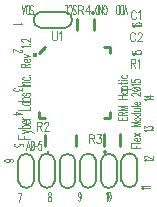
<source format=gto>
G04 DipTrace 2.4.0.2*
%INPCA9685.gto*%
%MOMM*%
%ADD10C,0.25*%
%ADD13C,0.152*%
%ADD28O,0.33X0.322*%
%ADD31O,0.377X0.312*%
%ADD33C,0.394*%
%ADD63C,0.118*%
%ADD64C,0.111*%
%ADD65C,0.083*%
%FSLAX53Y53*%
G04*
G71*
G90*
G75*
G01*
%LNTopSilk*%
%LPD*%
X13926Y13230D2*
D13*
G02X12576Y13230I-675J80D01*
G01*
Y14933D2*
G02X13926Y14933I675J-80D01*
G01*
X12576Y14970D2*
Y13192D1*
X13926Y14970D2*
Y13192D1*
X15683Y13236D2*
G02X14333Y13236I-675J80D01*
G01*
Y14939D2*
G02X15683Y14939I675J-80D01*
G01*
X14333Y14977D2*
Y13199D1*
X15683Y14977D2*
Y13199D1*
X17429Y13212D2*
G02X16079Y13212I-675J80D01*
G01*
Y14915D2*
G02X17429Y14915I675J-80D01*
G01*
X16079Y14953D2*
Y13174D1*
X17429Y14953D2*
Y13174D1*
X19178Y13240D2*
G02X17828Y13240I-675J80D01*
G01*
Y14943D2*
G02X19178Y14943I675J-80D01*
G01*
X17828Y14980D2*
Y13202D1*
X19178Y14980D2*
Y13202D1*
X20926Y13224D2*
G02X19576Y13224I-675J80D01*
G01*
Y14927D2*
G02X20926Y14927I675J-80D01*
G01*
X19576Y14964D2*
Y13186D1*
X20926Y14964D2*
Y13186D1*
X22674Y13274D2*
G02X21324Y13274I-675J80D01*
G01*
Y14977D2*
G02X22674Y14977I675J-80D01*
G01*
X21324Y15015D2*
Y13237D1*
X22674Y15015D2*
Y13237D1*
X14855Y16203D2*
D10*
Y17104D1*
X17455Y16203D2*
Y17104D1*
D28*
X15087Y15642D3*
X19814Y16184D2*
D10*
Y17184D1*
X21214Y16184D2*
Y17184D1*
D31*
X19893Y15713D3*
X18966Y26969D2*
D10*
Y25969D1*
X17566Y26969D2*
Y25969D1*
D31*
X18888Y27440D3*
X14320Y19032D2*
D10*
Y18533D1*
X14820D1*
X19819Y24533D2*
X20320D1*
Y24034D2*
Y24533D1*
Y18533D2*
Y19032D1*
X19819Y18533D2*
X20320D1*
X14320Y24034D2*
X14820Y24533D1*
D33*
X13972Y23908D3*
X16544Y27538D2*
D13*
G02X16544Y26188I-80J-675D01*
G01*
X14469D2*
G02X14469Y27538I80J675D01*
G01*
X14506Y26188D2*
X16506D1*
X14506Y27538D2*
X16506D1*
X22561Y27493D2*
D63*
X22532Y27565D1*
X22473Y27638D1*
X22415Y27675D1*
X22299D1*
X22240Y27638D1*
X22182Y27565D1*
X22152Y27493D1*
X22123Y27383D1*
Y27200D1*
X22152Y27092D1*
X22182Y27019D1*
X22240Y26946D1*
X22299Y26909D1*
X22415D1*
X22473Y26946D1*
X22532Y27019D1*
X22561Y27092D1*
X22749Y27528D2*
X22808Y27565D1*
X22895Y27674D1*
Y26909D1*
X22476Y25643D2*
X22447Y25715D1*
X22388Y25789D1*
X22331Y25825D1*
X22214D1*
X22155Y25789D1*
X22097Y25715D1*
X22068Y25643D1*
X22039Y25533D1*
Y25351D1*
X22068Y25242D1*
X22097Y25169D1*
X22155Y25096D1*
X22214Y25059D1*
X22331D1*
X22388Y25096D1*
X22447Y25169D1*
X22476Y25242D1*
X22694Y25642D2*
Y25678D1*
X22723Y25752D1*
X22752Y25788D1*
X22811Y25824D1*
X22927D1*
X22985Y25788D1*
X23014Y25752D1*
X23044Y25678D1*
Y25606D1*
X23014Y25533D1*
X22956Y25424D1*
X22664Y25059D1*
X23073D1*
X22088Y23191D2*
X22350D1*
X22437Y23228D1*
X22467Y23264D1*
X22496Y23336D1*
Y23410D1*
X22467Y23482D1*
X22437Y23519D1*
X22350Y23555D1*
X22088D1*
Y22790D1*
X22292Y23191D2*
X22496Y22790D1*
X22684Y23409D2*
X22743Y23446D1*
X22830Y23555D1*
Y22790D1*
X14163Y17882D2*
X14426D1*
X14513Y17919D1*
X14543Y17955D1*
X14572Y18028D1*
Y18101D1*
X14543Y18173D1*
X14513Y18210D1*
X14426Y18247D1*
X14163D1*
Y17481D1*
X14368Y17882D2*
X14572Y17481D1*
X14790Y18064D2*
Y18100D1*
X14819Y18173D1*
X14848Y18209D1*
X14906Y18246D1*
X15023D1*
X15081Y18209D1*
X15110Y18173D1*
X15139Y18100D1*
Y18028D1*
X15110Y17954D1*
X15052Y17846D1*
X14760Y17481D1*
X15168D1*
X18594Y16821D2*
X18856D1*
X18943Y16858D1*
X18973Y16894D1*
X19002Y16967D1*
Y17040D1*
X18973Y17113D1*
X18943Y17150D1*
X18856Y17186D1*
X18594D1*
Y16420D1*
X18798Y16821D2*
X19002Y16420D1*
X19249Y17185D2*
X19569D1*
X19394Y16894D1*
X19482D1*
X19540Y16857D1*
X19569Y16821D1*
X19599Y16712D1*
Y16639D1*
X19569Y16530D1*
X19511Y16456D1*
X19423Y16420D1*
X19336D1*
X19249Y16456D1*
X19220Y16493D1*
X19190Y16566D1*
X17652Y27733D2*
X17914D1*
X18002Y27770D1*
X18032Y27806D1*
X18061Y27878D1*
Y27952D1*
X18032Y28024D1*
X18002Y28061D1*
X17914Y28097D1*
X17652D1*
Y27332D1*
X17856Y27733D2*
X18061Y27332D1*
X18541D2*
Y28096D1*
X18249Y27587D1*
X18686D1*
X15444Y25895D2*
Y25348D1*
X15473Y25239D1*
X15531Y25166D1*
X15619Y25129D1*
X15677D1*
X15764Y25166D1*
X15823Y25239D1*
X15852Y25348D1*
Y25895D1*
X16040Y25748D2*
X16099Y25785D1*
X16186Y25894D1*
Y25129D1*
X12577Y17134D2*
D64*
Y16818D1*
X13598D1*
X13063D2*
Y17012D1*
X12917Y17270D2*
X13598Y17415D1*
X13792Y17367D1*
X13890Y17318D1*
X13938Y17270D1*
Y17245D1*
X12917Y17561D2*
X13598Y17415D1*
X12577Y17672D2*
X13598D1*
X13063D2*
X12966Y17721D1*
X12917Y17770D1*
Y17843D1*
X12966Y17891D1*
X13063Y17940D1*
X13209Y17964D1*
X13306D1*
X13452Y17940D1*
X13548Y17891D1*
X13598Y17843D1*
Y17770D1*
X13548Y17721D1*
X13452Y17672D1*
X13209Y18075D2*
Y18366D1*
X13112D1*
X13014Y18342D1*
X12966Y18318D1*
X12917Y18269D1*
Y18196D1*
X12966Y18148D1*
X13063Y18099D1*
X13209Y18075D1*
X13306D1*
X13452Y18099D1*
X13548Y18148D1*
X13598Y18196D1*
Y18269D1*
X13548Y18318D1*
X13452Y18366D1*
X12917Y18478D2*
X13598D1*
X13209D2*
X13063Y18502D1*
X12966Y18551D1*
X12917Y18599D1*
Y18672D1*
X12577Y19232D2*
X13598D1*
Y19523D1*
X12917Y19926D2*
X13598D1*
X13063D2*
X12966Y19877D1*
X12917Y19828D1*
Y19756D1*
X12966Y19707D1*
X13063Y19659D1*
X13209Y19634D1*
X13306D1*
X13452Y19659D1*
X13548Y19707D1*
X13598Y19756D1*
Y19828D1*
X13548Y19877D1*
X13452Y19926D1*
X12577Y20037D2*
X13598D1*
X13063D2*
X12966Y20086D1*
X12917Y20134D1*
Y20207D1*
X12966Y20255D1*
X13063Y20304D1*
X13209Y20328D1*
X13306D1*
X13452Y20304D1*
X13548Y20255D1*
X13598Y20207D1*
Y20134D1*
X13548Y20086D1*
X13452Y20037D1*
X13063Y20707D2*
X12966Y20682D1*
X12917Y20609D1*
Y20536D1*
X12966Y20463D1*
X13063Y20439D1*
X13160Y20463D1*
X13209Y20512D1*
X13258Y20634D1*
X13306Y20682D1*
X13404Y20707D1*
X13452D1*
X13548Y20682D1*
X13598Y20609D1*
Y20536D1*
X13548Y20463D1*
X13452Y20439D1*
X12577Y21266D2*
X13598D1*
X12917Y21377D2*
X13598D1*
X13112D2*
X12966Y21450D1*
X12917Y21499D1*
Y21571D1*
X12966Y21620D1*
X13112Y21644D1*
X13598D1*
X13063Y22047D2*
X12966Y21998D1*
X12917Y21949D1*
Y21877D1*
X12966Y21828D1*
X13063Y21780D1*
X13209Y21755D1*
X13306D1*
X13452Y21780D1*
X13548Y21828D1*
X13598Y21877D1*
Y21949D1*
X13548Y21998D1*
X13452Y22047D1*
X13500Y22182D2*
X13550Y22158D1*
X13598Y22182D1*
X13550Y22207D1*
X13500Y22182D1*
X22145Y16326D2*
D63*
Y16041D1*
X22911D1*
X22510D2*
Y16216D1*
X22145Y16467D2*
X22911D1*
X22619Y16608D2*
Y16870D1*
X22546D1*
X22473Y16848D1*
X22436Y16827D1*
X22400Y16783D1*
Y16717D1*
X22436Y16674D1*
X22510Y16630D1*
X22619Y16608D1*
X22692D1*
X22801Y16630D1*
X22873Y16674D1*
X22911Y16717D1*
Y16783D1*
X22873Y16827D1*
X22801Y16870D1*
X22400Y17011D2*
X22911Y17252D1*
X22400D2*
X22911Y17011D1*
Y18187D2*
X22145D1*
X22911Y18012D1*
X22145Y17837D1*
X22911D1*
X22400Y18438D2*
X22436Y18394D1*
X22510Y18350D1*
X22619Y18328D1*
X22692D1*
X22801Y18350D1*
X22873Y18394D1*
X22911Y18438D1*
Y18503D1*
X22873Y18547D1*
X22801Y18591D1*
X22692Y18613D1*
X22619D1*
X22510Y18591D1*
X22436Y18547D1*
X22400Y18503D1*
Y18438D1*
X22145Y19016D2*
X22911D1*
X22510D2*
X22436Y18973D1*
X22400Y18929D1*
Y18863D1*
X22436Y18820D1*
X22510Y18776D1*
X22619Y18754D1*
X22692D1*
X22801Y18776D1*
X22873Y18820D1*
X22911Y18863D1*
Y18929D1*
X22873Y18973D1*
X22801Y19016D1*
X22400Y19158D2*
X22765D1*
X22873Y19179D1*
X22911Y19223D1*
Y19289D1*
X22873Y19332D1*
X22765Y19398D1*
X22400D2*
X22911D1*
X22145Y19539D2*
X22911D1*
X22619Y19680D2*
Y19943D1*
X22546D1*
X22473Y19921D1*
X22436Y19899D1*
X22400Y19855D1*
Y19790D1*
X22436Y19746D1*
X22510Y19702D1*
X22619Y19680D1*
X22692D1*
X22801Y19702D1*
X22873Y19746D1*
X22911Y19790D1*
Y19855D1*
X22873Y19899D1*
X22801Y19943D1*
X22324Y20446D2*
X22288D1*
X22215Y20468D1*
X22179Y20490D1*
X22142Y20534D1*
Y20621D1*
X22179Y20665D1*
X22215Y20686D1*
X22288Y20709D1*
X22361D1*
X22434Y20686D1*
X22543Y20643D1*
X22907Y20424D1*
Y20730D1*
X22142Y21003D2*
X22179Y20937D1*
X22288Y20893D1*
X22470Y20872D1*
X22580D1*
X22762Y20893D1*
X22871Y20937D1*
X22907Y21003D1*
Y21046D1*
X22871Y21112D1*
X22762Y21156D1*
X22580Y21178D1*
X22470D1*
X22288Y21156D1*
X22179Y21112D1*
X22142Y21047D1*
Y21003D1*
X22288Y21156D2*
X22762Y20893D1*
X22288Y21319D2*
X22251Y21363D1*
X22142Y21429D1*
X22907D1*
X22142Y21832D2*
Y21614D1*
X22470Y21592D1*
X22434Y21614D1*
X22397Y21680D1*
Y21745D1*
X22434Y21810D1*
X22506Y21854D1*
X22616Y21876D1*
X22688D1*
X22798Y21854D1*
X22871Y21810D1*
X22907Y21745D1*
Y21680D1*
X22871Y21614D1*
X22834Y21592D1*
X22762Y21570D1*
X13179Y22860D2*
Y23056D1*
X13142Y23122D1*
X13106Y23144D1*
X13034Y23166D1*
X12960D1*
X12888Y23144D1*
X12851Y23122D1*
X12815Y23056D1*
Y22860D1*
X13580D1*
X13179Y23013D2*
X13580Y23166D1*
X13289Y23307D2*
Y23569D1*
X13216D1*
X13142Y23548D1*
X13106Y23526D1*
X13070Y23482D1*
Y23416D1*
X13106Y23373D1*
X13179Y23329D1*
X13289Y23307D1*
X13361D1*
X13471Y23329D1*
X13543Y23373D1*
X13580Y23416D1*
Y23482D1*
X13543Y23526D1*
X13471Y23569D1*
X13070Y23711D2*
X13580Y23842D1*
X13070Y23973D1*
X12961Y24558D2*
X12924Y24602D1*
X12815Y24668D1*
X13580D1*
X13507Y24831D2*
X13544Y24809D1*
X13580Y24831D1*
X13544Y24853D1*
X13507Y24831D1*
X12997Y25017D2*
X12961D1*
X12888Y25038D1*
X12852Y25060D1*
X12815Y25104D1*
Y25192D1*
X12852Y25235D1*
X12888Y25257D1*
X12961Y25279D1*
X13034D1*
X13107Y25257D1*
X13216Y25213D1*
X13580Y24994D1*
Y25301D1*
X21043Y18657D2*
Y18373D1*
X21809D1*
Y18657D1*
X21408Y18373D2*
Y18548D1*
Y18798D2*
Y18994D1*
X21371Y19060D1*
X21335Y19082D1*
X21262Y19104D1*
X21189D1*
X21117Y19082D1*
X21080Y19060D1*
X21043Y18994D1*
Y18798D1*
X21809D1*
X21408Y18951D2*
X21809Y19104D1*
Y19595D2*
X21043D1*
X21809Y19420D1*
X21043Y19245D1*
X21809D1*
X21043Y20181D2*
X21809D1*
X21043Y20487D2*
X21809D1*
X21408Y20181D2*
Y20487D1*
X21299Y20890D2*
X21809D1*
X21408D2*
X21335Y20847D1*
X21299Y20803D1*
Y20738D1*
X21335Y20694D1*
X21408Y20650D1*
X21518Y20628D1*
X21590D1*
X21700Y20650D1*
X21772Y20694D1*
X21809Y20738D1*
Y20803D1*
X21772Y20847D1*
X21700Y20890D1*
X21299Y21032D2*
X22064D1*
X21408D2*
X21336Y21075D1*
X21299Y21119D1*
Y21185D1*
X21336Y21229D1*
X21408Y21272D1*
X21518Y21294D1*
X21591D1*
X21700Y21272D1*
X21773Y21229D1*
X21809Y21185D1*
Y21119D1*
X21773Y21075D1*
X21700Y21032D1*
X21043Y21501D2*
X21663D1*
X21772Y21523D1*
X21809Y21567D1*
Y21610D1*
X21299Y21436D2*
Y21589D1*
X21043Y21752D2*
X21080Y21773D1*
X21043Y21796D1*
X21006Y21773D1*
X21043Y21752D1*
X21299Y21773D2*
X21809D1*
X21408Y22199D2*
X21335Y22156D1*
X21299Y22112D1*
Y22046D1*
X21335Y22002D1*
X21408Y21959D1*
X21518Y21937D1*
X21590D1*
X21700Y21959D1*
X21772Y22002D1*
X21809Y22046D1*
Y22112D1*
X21772Y22156D1*
X21700Y22199D1*
X21804Y27364D2*
D65*
X21658Y28130D1*
X21513Y27364D1*
X21429D2*
Y28130D1*
X21302D1*
X21247Y28093D1*
X21210Y28021D1*
X21192Y27947D1*
X21174Y27839D1*
Y27656D1*
X21192Y27546D1*
X21210Y27474D1*
X21247Y27401D1*
X21302Y27364D1*
X21429D1*
X21091D2*
Y28130D1*
X20963D1*
X20909Y28093D1*
X20872Y28021D1*
X20854Y27947D1*
X20836Y27839D1*
Y27656D1*
X20854Y27546D1*
X20872Y27474D1*
X20909Y27401D1*
X20963Y27364D1*
X21091D1*
X13576Y27450D2*
X13612Y27377D1*
X13667Y27340D1*
X13740D1*
X13794Y27377D1*
X13831Y27450D1*
Y27522D1*
X13812Y27596D1*
X13794Y27632D1*
X13758Y27668D1*
X13649Y27741D1*
X13612Y27778D1*
X13594Y27815D1*
X13576Y27887D1*
Y27997D1*
X13612Y28069D1*
X13667Y28106D1*
X13740D1*
X13794Y28069D1*
X13831Y27997D1*
X13492Y27340D2*
Y28106D1*
X13365D1*
X13310Y28069D1*
X13273Y27997D1*
X13255Y27923D1*
X13237Y27815D1*
Y27632D1*
X13255Y27522D1*
X13273Y27450D1*
X13310Y27377D1*
X13365Y27341D1*
X13492Y27340D1*
X12862Y28106D2*
X13008Y27341D1*
X13154Y28106D1*
X13099Y27851D2*
X12917D1*
X17182Y27470D2*
X17219Y27397D1*
X17273Y27361D1*
X17346D1*
X17401Y27397D1*
X17438Y27470D1*
Y27543D1*
X17419Y27616D1*
X17401Y27652D1*
X17365Y27688D1*
X17255Y27762D1*
X17219Y27798D1*
X17200Y27835D1*
X17182Y27907D1*
Y28017D1*
X17219Y28089D1*
X17273Y28126D1*
X17346D1*
X17401Y28089D1*
X17438Y28017D1*
X16826Y27543D2*
X16844Y27470D1*
X16880Y27397D1*
X16917Y27361D1*
X16989D1*
X17026Y27397D1*
X17062Y27470D1*
X17081Y27543D1*
X17099Y27652D1*
Y27835D1*
X17081Y27944D1*
X17062Y28017D1*
X17026Y28089D1*
X16989Y28126D1*
X16917D1*
X16880Y28089D1*
X16844Y28017D1*
X16826Y27944D1*
X16742Y27361D2*
Y28126D1*
X16524D1*
X19786Y27529D2*
X19804Y27456D1*
X19840Y27383D1*
X19876Y27347D1*
X19949D1*
X19986Y27383D1*
X20022Y27456D1*
X20041Y27529D1*
X20059Y27638D1*
Y27821D1*
X20041Y27929D1*
X20022Y28003D1*
X19986Y28075D1*
X19949Y28112D1*
X19876D1*
X19840Y28075D1*
X19804Y28003D1*
X19786Y27929D1*
Y27821D1*
X19876D1*
X19447Y27347D2*
Y28112D1*
X19702Y27347D1*
Y28112D1*
X19364Y27347D2*
Y28112D1*
X19236D1*
X19181Y28075D1*
X19145Y28003D1*
X19127Y27929D1*
X19108Y27821D1*
Y27638D1*
X19127Y27529D1*
X19145Y27456D1*
X19181Y27383D1*
X19236Y27347D1*
X19364D1*
X22351Y26234D2*
X22314Y26270D1*
X22206Y26325D1*
X22971D1*
X22314Y26627D2*
X22242Y26609D1*
X22206Y26554D1*
Y26518D1*
X22242Y26463D1*
X22351Y26426D1*
X22533Y26408D1*
X22715D1*
X22861Y26426D1*
X22934Y26463D1*
X22971Y26518D1*
Y26536D1*
X22934Y26590D1*
X22861Y26627D1*
X22752Y26645D1*
X22715D1*
X22606Y26627D1*
X22533Y26590D1*
X22497Y26536D1*
Y26518D1*
X22533Y26463D1*
X22606Y26426D1*
X22715Y26408D1*
X12750Y24352D2*
X12786D1*
X12859Y24334D1*
X12896Y24316D1*
X12932Y24279D1*
Y24206D1*
X12896Y24170D1*
X12859Y24152D1*
X12786Y24133D1*
X12714D1*
X12640Y24152D1*
X12532Y24188D1*
X12167Y24370D1*
Y24115D1*
X12939Y21071D2*
Y20871D1*
X12648Y20980D1*
Y20926D1*
X12611Y20889D1*
X12575Y20871D1*
X12466Y20853D1*
X12393D1*
X12284Y20871D1*
X12210Y20908D1*
X12174Y20962D1*
Y21017D1*
X12210Y21071D1*
X12248Y21089D1*
X12320Y21108D1*
X12154Y18859D2*
X12919D1*
X12409Y19041D1*
Y18768D1*
X12962Y16169D2*
Y16351D1*
X12634Y16369D1*
X12671Y16351D1*
X12708Y16296D1*
Y16242D1*
X12671Y16187D1*
X12598Y16151D1*
X12489Y16133D1*
X12416D1*
X12307Y16151D1*
X12234Y16187D1*
X12197Y16242D1*
Y16296D1*
X12234Y16351D1*
X12271Y16369D1*
X12343Y16388D1*
X12052Y14856D2*
X12124Y14874D1*
X12161Y14929D1*
Y14965D1*
X12124Y15020D1*
X12015Y15057D1*
X11833Y15075D1*
X11651D1*
X11505Y15057D1*
X11432Y15020D1*
X11396Y14965D1*
Y14947D1*
X11432Y14893D1*
X11505Y14856D1*
X11615Y14838D1*
X11651D1*
X11761Y14856D1*
X11833Y14893D1*
X11869Y14947D1*
Y14965D1*
X11833Y15020D1*
X11761Y15057D1*
X11651Y15075D1*
X12611Y11481D2*
X12794Y12246D1*
X12538D1*
X15190Y12272D2*
X15136Y12236D1*
X15117Y12164D1*
Y12090D1*
X15136Y12018D1*
X15172Y11981D1*
X15245Y11945D1*
X15300Y11908D1*
X15336Y11835D1*
X15354Y11763D1*
Y11653D1*
X15336Y11581D1*
X15318Y11544D1*
X15263Y11507D1*
X15190D1*
X15136Y11544D1*
X15117Y11581D1*
X15099Y11653D1*
Y11763D1*
X15117Y11835D1*
X15154Y11908D1*
X15208Y11945D1*
X15281Y11981D1*
X15318Y12018D1*
X15336Y12090D1*
Y12164D1*
X15318Y12236D1*
X15263Y12272D1*
X15190D1*
X17871Y12045D2*
X17852Y11936D1*
X17816Y11862D1*
X17761Y11826D1*
X17743D1*
X17688Y11862D1*
X17652Y11936D1*
X17633Y12045D1*
Y12081D1*
X17652Y12191D1*
X17688Y12263D1*
X17743Y12299D1*
X17761D1*
X17816Y12263D1*
X17852Y12191D1*
X17871Y12045D1*
Y11862D1*
X17852Y11680D1*
X17816Y11571D1*
X17761Y11535D1*
X17725D1*
X17670Y11571D1*
X17652Y11644D1*
X19976Y12156D2*
X20012Y12193D1*
X20067Y12302D1*
Y11537D1*
X20260Y12302D2*
X20205Y12266D1*
X20168Y12156D1*
X20150Y11974D1*
Y11865D1*
X20168Y11683D1*
X20205Y11574D1*
X20260Y11537D1*
X20296D1*
X20351Y11574D1*
X20387Y11683D1*
X20405Y11865D1*
Y11974D1*
X20387Y12156D1*
X20351Y12266D1*
X20296Y12302D1*
X20260D1*
X20387Y12156D2*
X20168Y11683D1*
X12787Y26639D2*
X12824Y26602D1*
X12933Y26548D1*
X12168D1*
X23343Y14922D2*
X23306Y14958D1*
X23198Y15013D1*
X23962D1*
X23380Y15115D2*
X23343D1*
X23270Y15133D1*
X23234Y15151D1*
X23198Y15188D1*
Y15261D1*
X23234Y15297D1*
X23270Y15315D1*
X23343Y15334D1*
X23416D1*
X23489Y15315D1*
X23598Y15279D1*
X23962Y15096D1*
Y15352D1*
X23360Y20075D2*
X23323Y20112D1*
X23214Y20167D1*
X23979D1*
Y20432D2*
X23214D1*
X23724Y20250D1*
Y20523D1*
X23360Y17457D2*
X23323Y17493D1*
X23214Y17548D1*
X23979D1*
X23214Y17668D2*
Y17868D1*
X23506Y17759D1*
Y17814D1*
X23542Y17850D1*
X23578Y17868D1*
X23688Y17886D1*
X23760D1*
X23870Y17868D1*
X23943Y17832D1*
X23979Y17777D1*
Y17722D1*
X23943Y17668D1*
X23906Y17650D1*
X23834Y17631D1*
X22389Y23873D2*
X22352Y23910D1*
X22244Y23965D1*
X23009D1*
X22244Y24267D2*
Y24085D1*
X22571Y24067D1*
X22535Y24085D1*
X22498Y24139D1*
Y24194D1*
X22535Y24248D1*
X22608Y24285D1*
X22717Y24303D1*
X22790D1*
X22899Y24285D1*
X22972Y24248D1*
X23009Y24194D1*
Y24139D1*
X22972Y24085D1*
X22935Y24067D1*
X22863Y24048D1*
X23135Y12514D2*
X23098Y12551D1*
X22989Y12606D1*
X23754D1*
X23135Y12689D2*
X23098Y12726D1*
X22989Y12780D1*
X23754D1*
X13556Y15843D2*
X13410Y16609D1*
X13264Y15843D1*
X13319Y16099D2*
X13501D1*
X13749Y16608D2*
X13694Y16572D1*
X13658Y16463D1*
X13640Y16281D1*
Y16171D1*
X13658Y15989D1*
X13694Y15880D1*
X13749Y15843D1*
X13785D1*
X13840Y15880D1*
X13876Y15989D1*
X13895Y16171D1*
Y16281D1*
X13876Y16463D1*
X13840Y16572D1*
X13785Y16608D1*
X13749D1*
X13876Y16463D2*
X13658Y15989D1*
X13978Y16226D2*
X14189D1*
X14491Y16608D2*
X14309D1*
X14291Y16281D1*
X14309Y16317D1*
X14363Y16354D1*
X14418D1*
X14472Y16317D1*
X14509Y16244D1*
X14527Y16135D1*
Y16062D1*
X14509Y15953D1*
X14472Y15880D1*
X14418Y15843D1*
X14363D1*
X14309Y15880D1*
X14291Y15917D1*
X14272Y15989D1*
M02*

</source>
